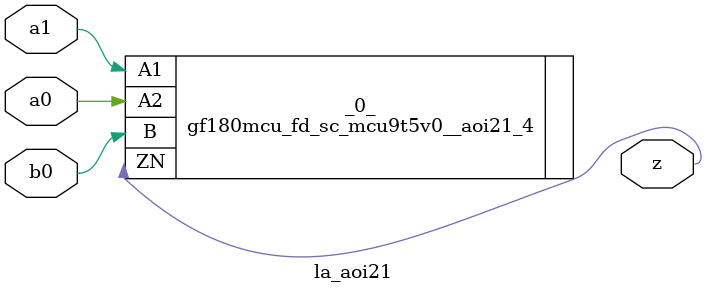
<source format=v>

/* Generated by Yosys 0.44 (git sha1 80ba43d26, g++ 11.4.0-1ubuntu1~22.04 -fPIC -O3) */

(* top =  1  *)
(* src = "inputs/la_aoi21.v:10.1-21.10" *)
module la_aoi21 (
    a0,
    a1,
    b0,
    z
);
  (* src = "inputs/la_aoi21.v:13.12-13.14" *)
  input a0;
  wire a0;
  (* src = "inputs/la_aoi21.v:14.12-14.14" *)
  input a1;
  wire a1;
  (* src = "inputs/la_aoi21.v:15.12-15.14" *)
  input b0;
  wire b0;
  (* src = "inputs/la_aoi21.v:16.12-16.13" *)
  output z;
  wire z;
  gf180mcu_fd_sc_mcu9t5v0__aoi21_4 _0_ (
      .A1(a1),
      .A2(a0),
      .B (b0),
      .ZN(z)
  );
endmodule

</source>
